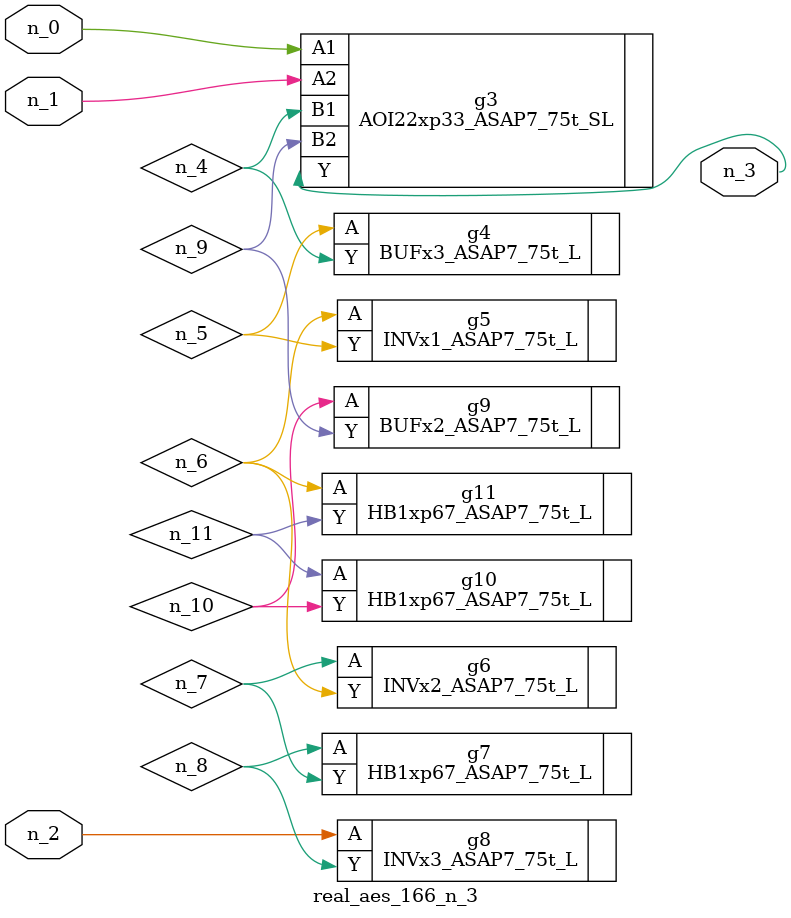
<source format=v>
module real_aes_166_n_3 (n_0, n_2, n_1, n_3);
input n_0;
input n_2;
input n_1;
output n_3;
wire n_4;
wire n_5;
wire n_7;
wire n_9;
wire n_6;
wire n_8;
wire n_10;
wire n_11;
AOI22xp33_ASAP7_75t_SL g3 ( .A1(n_0), .A2(n_1), .B1(n_4), .B2(n_9), .Y(n_3) );
INVx3_ASAP7_75t_L g8 ( .A(n_2), .Y(n_8) );
BUFx3_ASAP7_75t_L g4 ( .A(n_5), .Y(n_4) );
INVx1_ASAP7_75t_L g5 ( .A(n_6), .Y(n_5) );
HB1xp67_ASAP7_75t_L g11 ( .A(n_6), .Y(n_11) );
INVx2_ASAP7_75t_L g6 ( .A(n_7), .Y(n_6) );
HB1xp67_ASAP7_75t_L g7 ( .A(n_8), .Y(n_7) );
BUFx2_ASAP7_75t_L g9 ( .A(n_10), .Y(n_9) );
HB1xp67_ASAP7_75t_L g10 ( .A(n_11), .Y(n_10) );
endmodule
</source>
